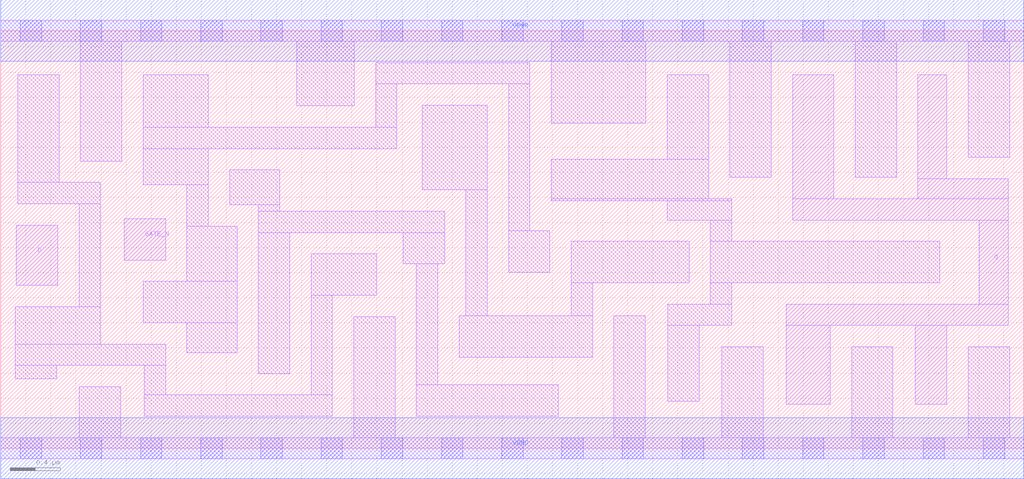
<source format=lef>
# Copyright 2020 The SkyWater PDK Authors
#
# Licensed under the Apache License, Version 2.0 (the "License");
# you may not use this file except in compliance with the License.
# You may obtain a copy of the License at
#
#     https://www.apache.org/licenses/LICENSE-2.0
#
# Unless required by applicable law or agreed to in writing, software
# distributed under the License is distributed on an "AS IS" BASIS,
# WITHOUT WARRANTIES OR CONDITIONS OF ANY KIND, either express or implied.
# See the License for the specific language governing permissions and
# limitations under the License.
#
# SPDX-License-Identifier: Apache-2.0

VERSION 5.5 ;
NAMESCASESENSITIVE ON ;
BUSBITCHARS "[]" ;
DIVIDERCHAR "/" ;
MACRO sky130_fd_sc_ls__dlxtn_4
  CLASS CORE ;
  SOURCE USER ;
  ORIGIN  0.000000  0.000000 ;
  SIZE  8.160000 BY  3.330000 ;
  SYMMETRY X Y ;
  SITE unit ;
  PIN D
    ANTENNAGATEAREA  0.208000 ;
    DIRECTION INPUT ;
    USE SIGNAL ;
    PORT
      LAYER li1 ;
        RECT 0.125000 1.300000 0.455000 1.780000 ;
    END
  END D
  PIN Q
    ANTENNADIFFAREA  1.270300 ;
    DIRECTION OUTPUT ;
    USE SIGNAL ;
    PORT
      LAYER li1 ;
        RECT 6.265000 0.350000 6.615000 0.980000 ;
        RECT 6.265000 0.980000 8.035000 1.150000 ;
        RECT 6.315000 1.820000 8.035000 1.990000 ;
        RECT 6.315000 1.990000 6.645000 2.980000 ;
        RECT 7.295000 0.350000 7.545000 0.980000 ;
        RECT 7.315000 1.990000 8.035000 2.150000 ;
        RECT 7.315000 2.150000 7.545000 2.980000 ;
        RECT 7.805000 1.150000 8.035000 1.820000 ;
    END
  END Q
  PIN GATE_N
    ANTENNAGATEAREA  0.237000 ;
    DIRECTION INPUT ;
    USE CLOCK ;
    PORT
      LAYER li1 ;
        RECT 0.985000 1.500000 1.315000 1.830000 ;
    END
  END GATE_N
  PIN VGND
    DIRECTION INOUT ;
    SHAPE ABUTMENT ;
    USE GROUND ;
    PORT
      LAYER met1 ;
        RECT 0.000000 -0.245000 8.160000 0.245000 ;
    END
  END VGND
  PIN VPWR
    DIRECTION INOUT ;
    SHAPE ABUTMENT ;
    USE POWER ;
    PORT
      LAYER met1 ;
        RECT 0.000000 3.085000 8.160000 3.575000 ;
    END
  END VPWR
  OBS
    LAYER li1 ;
      RECT 0.000000 -0.085000 8.160000 0.085000 ;
      RECT 0.000000  3.245000 8.160000 3.415000 ;
      RECT 0.115000  0.555000 0.445000 0.660000 ;
      RECT 0.115000  0.660000 1.315000 0.830000 ;
      RECT 0.115000  0.830000 0.795000 1.130000 ;
      RECT 0.135000  1.950000 0.795000 2.120000 ;
      RECT 0.135000  2.120000 0.465000 2.980000 ;
      RECT 0.625000  0.085000 0.955000 0.490000 ;
      RECT 0.625000  1.130000 0.795000 1.950000 ;
      RECT 0.635000  2.290000 0.965000 3.245000 ;
      RECT 1.135000  1.000000 1.885000 1.330000 ;
      RECT 1.135000  2.100000 1.655000 2.390000 ;
      RECT 1.135000  2.390000 3.160000 2.560000 ;
      RECT 1.135000  2.560000 1.655000 2.980000 ;
      RECT 1.145000  0.255000 2.645000 0.425000 ;
      RECT 1.145000  0.425000 1.315000 0.660000 ;
      RECT 1.485000  0.760000 1.885000 1.000000 ;
      RECT 1.485000  1.330000 1.885000 1.770000 ;
      RECT 1.485000  1.770000 1.655000 2.100000 ;
      RECT 1.825000  1.940000 2.225000 2.220000 ;
      RECT 2.055000  0.595000 2.305000 1.720000 ;
      RECT 2.055000  1.720000 3.540000 1.890000 ;
      RECT 2.055000  1.890000 2.225000 1.940000 ;
      RECT 2.360000  2.730000 2.820000 3.245000 ;
      RECT 2.475000  0.425000 2.645000 1.220000 ;
      RECT 2.475000  1.220000 3.000000 1.550000 ;
      RECT 2.815000  0.085000 3.145000 1.050000 ;
      RECT 2.990000  2.560000 3.160000 2.905000 ;
      RECT 2.990000  2.905000 4.220000 3.075000 ;
      RECT 3.210000  1.470000 3.540000 1.720000 ;
      RECT 3.315000  0.255000 4.445000 0.505000 ;
      RECT 3.315000  0.505000 3.485000 1.470000 ;
      RECT 3.360000  2.060000 3.880000 2.735000 ;
      RECT 3.655000  0.725000 4.720000 1.055000 ;
      RECT 3.710000  1.055000 3.880000 2.060000 ;
      RECT 4.050000  1.405000 4.380000 1.735000 ;
      RECT 4.050000  1.735000 4.220000 2.905000 ;
      RECT 4.390000  1.975000 5.830000 1.990000 ;
      RECT 4.390000  1.990000 5.645000 2.305000 ;
      RECT 4.390000  2.590000 5.145000 3.245000 ;
      RECT 4.550000  1.055000 4.720000 1.320000 ;
      RECT 4.550000  1.320000 5.490000 1.650000 ;
      RECT 4.890000  0.085000 5.140000 1.055000 ;
      RECT 5.315000  1.820000 5.830000 1.975000 ;
      RECT 5.315000  2.305000 5.645000 2.980000 ;
      RECT 5.320000  0.375000 5.570000 0.980000 ;
      RECT 5.320000  0.980000 5.830000 1.150000 ;
      RECT 5.660000  1.150000 5.830000 1.320000 ;
      RECT 5.660000  1.320000 7.490000 1.650000 ;
      RECT 5.660000  1.650000 5.830000 1.820000 ;
      RECT 5.750000  0.085000 6.080000 0.810000 ;
      RECT 5.815000  2.160000 6.145000 3.245000 ;
      RECT 6.785000  0.085000 7.115000 0.810000 ;
      RECT 6.815000  2.160000 7.145000 3.245000 ;
      RECT 7.715000  0.085000 8.045000 0.810000 ;
      RECT 7.715000  2.320000 8.045000 3.245000 ;
    LAYER mcon ;
      RECT 0.155000 -0.085000 0.325000 0.085000 ;
      RECT 0.155000  3.245000 0.325000 3.415000 ;
      RECT 0.635000 -0.085000 0.805000 0.085000 ;
      RECT 0.635000  3.245000 0.805000 3.415000 ;
      RECT 1.115000 -0.085000 1.285000 0.085000 ;
      RECT 1.115000  3.245000 1.285000 3.415000 ;
      RECT 1.595000 -0.085000 1.765000 0.085000 ;
      RECT 1.595000  3.245000 1.765000 3.415000 ;
      RECT 2.075000 -0.085000 2.245000 0.085000 ;
      RECT 2.075000  3.245000 2.245000 3.415000 ;
      RECT 2.555000 -0.085000 2.725000 0.085000 ;
      RECT 2.555000  3.245000 2.725000 3.415000 ;
      RECT 3.035000 -0.085000 3.205000 0.085000 ;
      RECT 3.035000  3.245000 3.205000 3.415000 ;
      RECT 3.515000 -0.085000 3.685000 0.085000 ;
      RECT 3.515000  3.245000 3.685000 3.415000 ;
      RECT 3.995000 -0.085000 4.165000 0.085000 ;
      RECT 3.995000  3.245000 4.165000 3.415000 ;
      RECT 4.475000 -0.085000 4.645000 0.085000 ;
      RECT 4.475000  3.245000 4.645000 3.415000 ;
      RECT 4.955000 -0.085000 5.125000 0.085000 ;
      RECT 4.955000  3.245000 5.125000 3.415000 ;
      RECT 5.435000 -0.085000 5.605000 0.085000 ;
      RECT 5.435000  3.245000 5.605000 3.415000 ;
      RECT 5.915000 -0.085000 6.085000 0.085000 ;
      RECT 5.915000  3.245000 6.085000 3.415000 ;
      RECT 6.395000 -0.085000 6.565000 0.085000 ;
      RECT 6.395000  3.245000 6.565000 3.415000 ;
      RECT 6.875000 -0.085000 7.045000 0.085000 ;
      RECT 6.875000  3.245000 7.045000 3.415000 ;
      RECT 7.355000 -0.085000 7.525000 0.085000 ;
      RECT 7.355000  3.245000 7.525000 3.415000 ;
      RECT 7.835000 -0.085000 8.005000 0.085000 ;
      RECT 7.835000  3.245000 8.005000 3.415000 ;
  END
END sky130_fd_sc_ls__dlxtn_4

</source>
